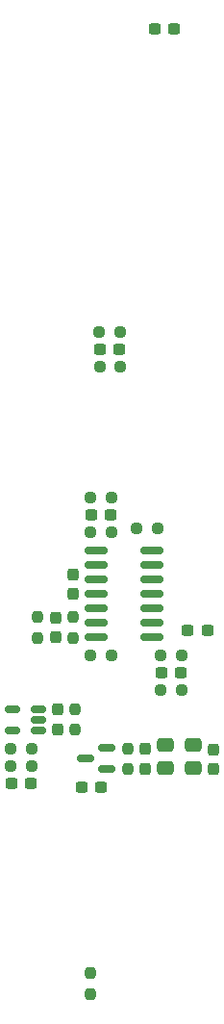
<source format=gbr>
%TF.GenerationSoftware,KiCad,Pcbnew,6.0.11+dfsg-1~bpo11+1*%
%TF.CreationDate,2023-04-14T10:24:11+08:00*%
%TF.ProjectId,MiniVerb - Main,4d696e69-5665-4726-9220-2d204d61696e,rev?*%
%TF.SameCoordinates,Original*%
%TF.FileFunction,Paste,Bot*%
%TF.FilePolarity,Positive*%
%FSLAX46Y46*%
G04 Gerber Fmt 4.6, Leading zero omitted, Abs format (unit mm)*
G04 Created by KiCad (PCBNEW 6.0.11+dfsg-1~bpo11+1) date 2023-04-14 10:24:11*
%MOMM*%
%LPD*%
G01*
G04 APERTURE LIST*
G04 Aperture macros list*
%AMRoundRect*
0 Rectangle with rounded corners*
0 $1 Rounding radius*
0 $2 $3 $4 $5 $6 $7 $8 $9 X,Y pos of 4 corners*
0 Add a 4 corners polygon primitive as box body*
4,1,4,$2,$3,$4,$5,$6,$7,$8,$9,$2,$3,0*
0 Add four circle primitives for the rounded corners*
1,1,$1+$1,$2,$3*
1,1,$1+$1,$4,$5*
1,1,$1+$1,$6,$7*
1,1,$1+$1,$8,$9*
0 Add four rect primitives between the rounded corners*
20,1,$1+$1,$2,$3,$4,$5,0*
20,1,$1+$1,$4,$5,$6,$7,0*
20,1,$1+$1,$6,$7,$8,$9,0*
20,1,$1+$1,$8,$9,$2,$3,0*%
G04 Aperture macros list end*
%ADD10RoundRect,0.237500X-0.237500X0.250000X-0.237500X-0.250000X0.237500X-0.250000X0.237500X0.250000X0*%
%ADD11RoundRect,0.237500X-0.250000X-0.237500X0.250000X-0.237500X0.250000X0.237500X-0.250000X0.237500X0*%
%ADD12RoundRect,0.150000X0.512500X0.150000X-0.512500X0.150000X-0.512500X-0.150000X0.512500X-0.150000X0*%
%ADD13RoundRect,0.237500X0.300000X0.237500X-0.300000X0.237500X-0.300000X-0.237500X0.300000X-0.237500X0*%
%ADD14RoundRect,0.237500X-0.300000X-0.237500X0.300000X-0.237500X0.300000X0.237500X-0.300000X0.237500X0*%
%ADD15RoundRect,0.150000X0.587500X0.150000X-0.587500X0.150000X-0.587500X-0.150000X0.587500X-0.150000X0*%
%ADD16RoundRect,0.237500X0.250000X0.237500X-0.250000X0.237500X-0.250000X-0.237500X0.250000X-0.237500X0*%
%ADD17RoundRect,0.250000X-0.475000X0.337500X-0.475000X-0.337500X0.475000X-0.337500X0.475000X0.337500X0*%
%ADD18RoundRect,0.150000X0.825000X0.150000X-0.825000X0.150000X-0.825000X-0.150000X0.825000X-0.150000X0*%
%ADD19RoundRect,0.237500X0.237500X-0.300000X0.237500X0.300000X-0.237500X0.300000X-0.237500X-0.300000X0*%
%ADD20RoundRect,0.237500X0.237500X-0.250000X0.237500X0.250000X-0.237500X0.250000X-0.237500X-0.250000X0*%
%ADD21RoundRect,0.237500X-0.237500X0.300000X-0.237500X-0.300000X0.237500X-0.300000X0.237500X0.300000X0*%
%ADD22RoundRect,0.250000X0.475000X-0.337500X0.475000X0.337500X-0.475000X0.337500X-0.475000X-0.337500X0*%
G04 APERTURE END LIST*
D10*
%TO.C,R2*%
X163760000Y-103052500D03*
X163760000Y-104877500D03*
%TD*%
%TO.C,R12*%
X171649067Y-114633433D03*
X171649067Y-116458433D03*
%TD*%
D11*
%TO.C,R9*%
X174572446Y-109524312D03*
X176397446Y-109524312D03*
%TD*%
D12*
%TO.C,U3*%
X163836567Y-111170933D03*
X163836567Y-112120933D03*
X163836567Y-113070933D03*
X161561567Y-113070933D03*
X161561567Y-111170933D03*
%TD*%
D13*
%TO.C,C3*%
X170195000Y-94105000D03*
X168470000Y-94105000D03*
%TD*%
D14*
%TO.C,C1*%
X169237500Y-79530000D03*
X170962500Y-79530000D03*
%TD*%
D11*
%TO.C,R6*%
X172487500Y-95250000D03*
X174312500Y-95250000D03*
%TD*%
D13*
%TO.C,C13*%
X175749067Y-51345933D03*
X174024067Y-51345933D03*
%TD*%
D11*
%TO.C,R13*%
X161399067Y-114620933D03*
X163224067Y-114620933D03*
%TD*%
D15*
%TO.C,U2*%
X169861567Y-114545933D03*
X169861567Y-116445933D03*
X167986567Y-115495933D03*
%TD*%
D16*
%TO.C,R1*%
X171012500Y-78000000D03*
X169187500Y-78000000D03*
%TD*%
%TO.C,R5*%
X170237500Y-106475000D03*
X168412500Y-106475000D03*
%TD*%
D17*
%TO.C,C5*%
X177449067Y-114308433D03*
X177449067Y-116383433D03*
%TD*%
D18*
%TO.C,U1*%
X173844067Y-97235933D03*
X173844067Y-98505933D03*
X173844067Y-99775933D03*
X173844067Y-101045933D03*
X173844067Y-102315933D03*
X173844067Y-103585933D03*
X173844067Y-104855933D03*
X168894067Y-104855933D03*
X168894067Y-103585933D03*
X168894067Y-102315933D03*
X168894067Y-101045933D03*
X168894067Y-99775933D03*
X168894067Y-98505933D03*
X168894067Y-97235933D03*
%TD*%
D19*
%TO.C,C2*%
X165300000Y-104837500D03*
X165300000Y-103112500D03*
%TD*%
D13*
%TO.C,C10*%
X163174067Y-117670933D03*
X161449067Y-117670933D03*
%TD*%
D20*
%TO.C,R4*%
X166860000Y-104887500D03*
X166860000Y-103062500D03*
%TD*%
D13*
%TO.C,C7*%
X178686567Y-104220933D03*
X176961567Y-104220933D03*
%TD*%
D11*
%TO.C,R16*%
X161399067Y-116145933D03*
X163224067Y-116145933D03*
%TD*%
D20*
%TO.C,R11*%
X168350000Y-136231250D03*
X168350000Y-134406250D03*
%TD*%
D11*
%TO.C,R8*%
X174592446Y-106474312D03*
X176417446Y-106474312D03*
%TD*%
D14*
%TO.C,C4*%
X174622446Y-107994312D03*
X176347446Y-107994312D03*
%TD*%
D16*
%TO.C,R7*%
X170245000Y-95635000D03*
X168420000Y-95635000D03*
%TD*%
D10*
%TO.C,R17*%
X167074067Y-111158433D03*
X167074067Y-112983433D03*
%TD*%
D19*
%TO.C,FB1*%
X179224067Y-116428433D03*
X179224067Y-114703433D03*
%TD*%
D21*
%TO.C,C14*%
X165549067Y-111208433D03*
X165549067Y-112933433D03*
%TD*%
D13*
%TO.C,C9*%
X169311567Y-118020933D03*
X167586567Y-118020933D03*
%TD*%
D11*
%TO.C,R10*%
X168400000Y-92585000D03*
X170225000Y-92585000D03*
%TD*%
D21*
%TO.C,C8*%
X166849067Y-99333433D03*
X166849067Y-101058433D03*
%TD*%
D22*
%TO.C,C6*%
X174974067Y-116383433D03*
X174974067Y-114308433D03*
%TD*%
D11*
%TO.C,R3*%
X169197500Y-81060000D03*
X171022500Y-81060000D03*
%TD*%
D19*
%TO.C,FB2*%
X173174067Y-116408433D03*
X173174067Y-114683433D03*
%TD*%
M02*

</source>
